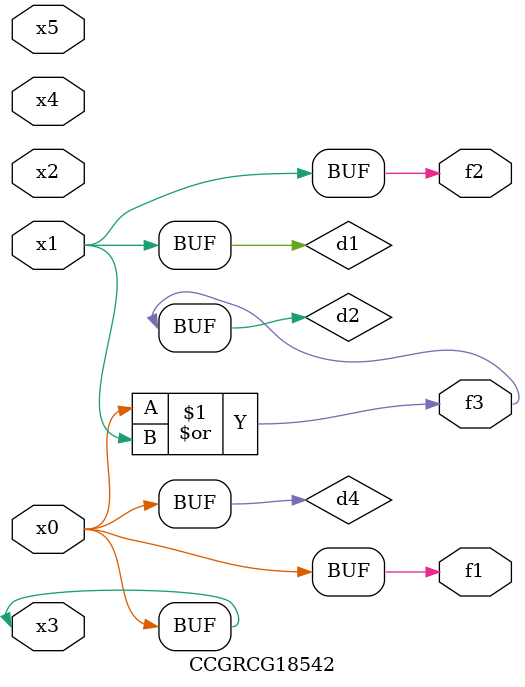
<source format=v>
module CCGRCG18542(
	input x0, x1, x2, x3, x4, x5,
	output f1, f2, f3
);

	wire d1, d2, d3, d4;

	and (d1, x1);
	or (d2, x0, x1);
	nand (d3, x0, x5);
	buf (d4, x0, x3);
	assign f1 = d4;
	assign f2 = d1;
	assign f3 = d2;
endmodule

</source>
